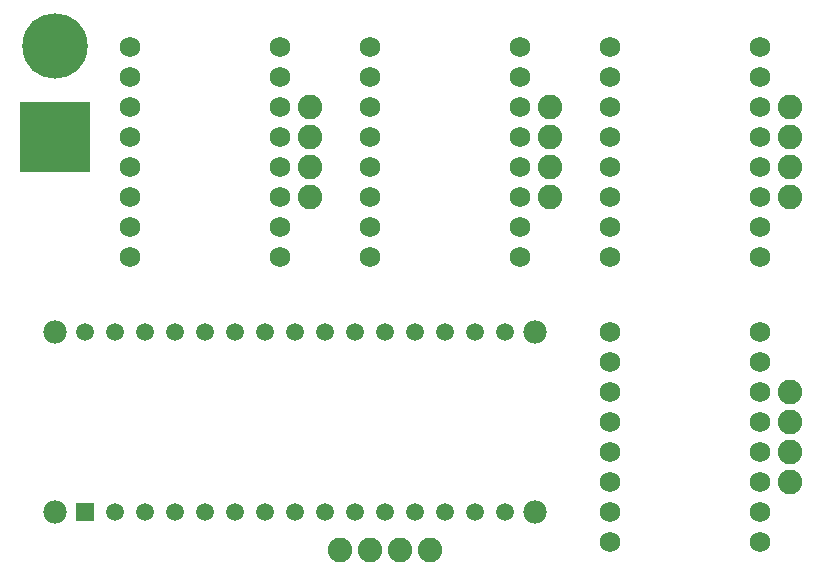
<source format=gbr>
G04 EAGLE Gerber RS-274X export*
G75*
%MOMM*%
%FSLAX34Y34*%
%LPD*%
%INSoldermask Bottom*%
%IPPOS*%
%AMOC8*
5,1,8,0,0,1.08239X$1,22.5*%
G01*
%ADD10C,1.981200*%
%ADD11R,1.511200X1.511200*%
%ADD12C,1.511200*%
%ADD13C,5.537200*%
%ADD14R,6.045200X6.045200*%
%ADD15C,1.727200*%
%ADD16C,2.082800*%


D10*
X50800Y50800D03*
D11*
X76200Y50800D03*
D12*
X101600Y50800D03*
X127000Y50800D03*
X152400Y50800D03*
X177800Y50800D03*
X203200Y50800D03*
X228600Y50800D03*
X254000Y50800D03*
X279400Y50800D03*
X304800Y50800D03*
X330200Y50800D03*
X355600Y50800D03*
X381000Y50800D03*
X406400Y50800D03*
X431800Y50800D03*
X431800Y203200D03*
X406400Y203200D03*
X381000Y203200D03*
X355600Y203200D03*
X330200Y203200D03*
X304800Y203200D03*
X279400Y203200D03*
X254000Y203200D03*
X228600Y203200D03*
X203200Y203200D03*
X177800Y203200D03*
X152400Y203200D03*
X127000Y203200D03*
X101600Y203200D03*
X76200Y203200D03*
D10*
X50800Y203200D03*
X457200Y203200D03*
X457200Y50800D03*
D13*
X50800Y445770D03*
D14*
X50800Y368300D03*
D15*
X114300Y444500D03*
X114300Y419100D03*
X114300Y393700D03*
X114300Y368300D03*
X114300Y342900D03*
X114300Y317500D03*
X114300Y292100D03*
X114300Y266700D03*
X241300Y266700D03*
X241300Y292100D03*
X241300Y317500D03*
X241300Y342900D03*
X241300Y368300D03*
X241300Y393700D03*
X241300Y419100D03*
X241300Y444500D03*
X317500Y444500D03*
X317500Y419100D03*
X317500Y393700D03*
X317500Y368300D03*
X317500Y342900D03*
X317500Y317500D03*
X317500Y292100D03*
X317500Y266700D03*
X444500Y266700D03*
X444500Y292100D03*
X444500Y317500D03*
X444500Y342900D03*
X444500Y368300D03*
X444500Y393700D03*
X444500Y419100D03*
X444500Y444500D03*
X520700Y444500D03*
X520700Y419100D03*
X520700Y393700D03*
X520700Y368300D03*
X520700Y342900D03*
X520700Y317500D03*
X520700Y292100D03*
X520700Y266700D03*
X647700Y266700D03*
X647700Y292100D03*
X647700Y317500D03*
X647700Y342900D03*
X647700Y368300D03*
X647700Y393700D03*
X647700Y419100D03*
X647700Y444500D03*
X520700Y203200D03*
X520700Y177800D03*
X520700Y152400D03*
X520700Y127000D03*
X520700Y101600D03*
X520700Y76200D03*
X520700Y50800D03*
X520700Y25400D03*
X647700Y25400D03*
X647700Y50800D03*
X647700Y76200D03*
X647700Y101600D03*
X647700Y127000D03*
X647700Y152400D03*
X647700Y177800D03*
X647700Y203200D03*
D16*
X368300Y19050D03*
X342900Y19050D03*
X317500Y19050D03*
X292100Y19050D03*
X266700Y393700D03*
X266700Y368300D03*
X266700Y342900D03*
X266700Y317500D03*
X469900Y393700D03*
X469900Y368300D03*
X469900Y342900D03*
X469900Y317500D03*
X673100Y393700D03*
X673100Y368300D03*
X673100Y342900D03*
X673100Y317500D03*
X673100Y152400D03*
X673100Y127000D03*
X673100Y101600D03*
X673100Y76200D03*
M02*

</source>
